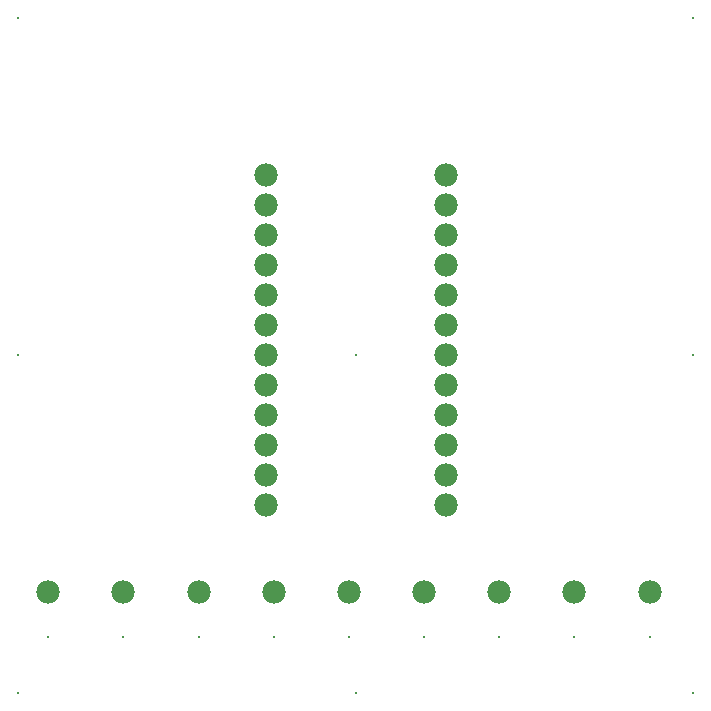
<source format=gbs>
G04*
G04 #@! TF.GenerationSoftware,Altium Limited,Altium Designer,24.2.2 (26)*
G04*
G04 Layer_Color=16711935*
%FSLAX44Y44*%
%MOMM*%
G71*
G04*
G04 #@! TF.SameCoordinates,A8C72FA6-E4A7-4B70-B5D1-2EACB2D35129*
G04*
G04*
G04 #@! TF.FilePolarity,Negative*
G04*
G01*
G75*
%ADD26C,1.9812*%
%ADD27C,0.2032*%
D26*
X248920Y-200660D02*
D03*
X185261D02*
D03*
X121602D02*
D03*
X57944D02*
D03*
X-5715D02*
D03*
X-69374D02*
D03*
X-133033D02*
D03*
X-196691D02*
D03*
X-260350D02*
D03*
X76200Y152400D02*
D03*
Y127000D02*
D03*
Y101600D02*
D03*
Y76200D02*
D03*
Y50800D02*
D03*
Y25400D02*
D03*
Y0D02*
D03*
Y-25400D02*
D03*
Y-50800D02*
D03*
Y-76200D02*
D03*
Y-101600D02*
D03*
Y-127000D02*
D03*
X-76200D02*
D03*
Y-101600D02*
D03*
Y-76200D02*
D03*
Y-50800D02*
D03*
Y-25400D02*
D03*
Y0D02*
D03*
Y25400D02*
D03*
Y50800D02*
D03*
Y76200D02*
D03*
Y101600D02*
D03*
Y127000D02*
D03*
Y152400D02*
D03*
D27*
X248920Y-238760D02*
D03*
X185261D02*
D03*
X121602D02*
D03*
X57944D02*
D03*
X-5715D02*
D03*
X-69374D02*
D03*
X-133033D02*
D03*
X-196691D02*
D03*
X-260350D02*
D03*
X-285750Y285750D02*
D03*
Y0D02*
D03*
X0D02*
D03*
X-285750Y-285750D02*
D03*
X285750D02*
D03*
X0D02*
D03*
X285750Y0D02*
D03*
Y285750D02*
D03*
M02*

</source>
